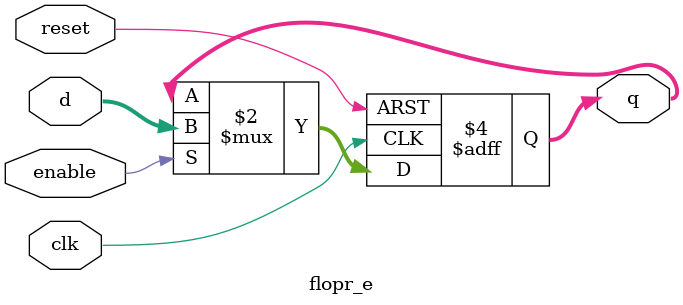
<source format=sv>
module flopr_e #(parameter N = 64)
    (input  logic clk,
     input  logic reset, enable,
     input  logic [N-1:0] d,
     output logic [N-1:0] q);

    always_ff @(posedge clk, posedge reset)
        if (reset) q <= 'b0;
        else if (enable) q <= d;
endmodule
</source>
